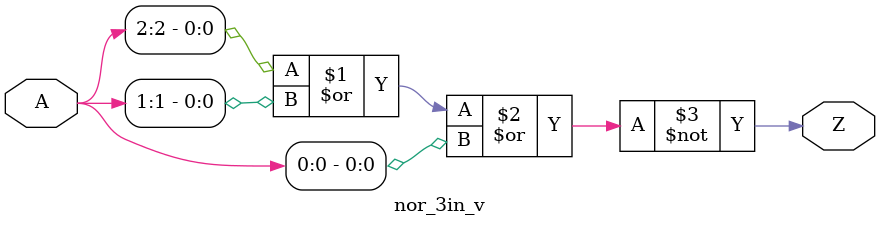
<source format=v>
module nor_3in_v (
  input [2:0] A,
  output Z
  );

  nor(Z, A[2], A[1], A[0]);

endmodule //nor_3in_v

</source>
